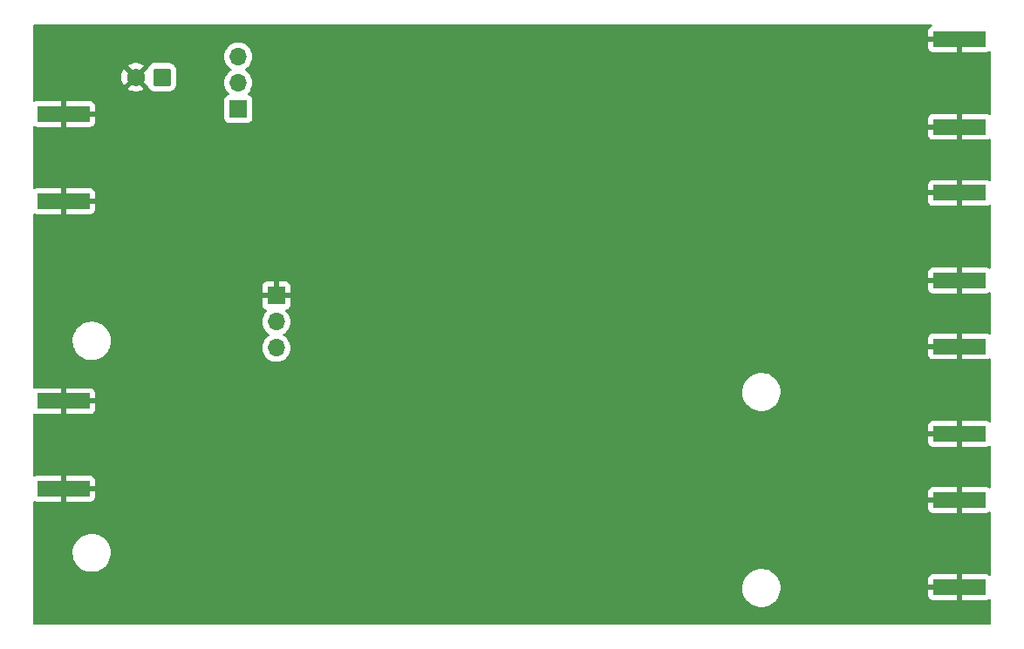
<source format=gbr>
%TF.GenerationSoftware,KiCad,Pcbnew,7.0.5*%
%TF.CreationDate,2025-08-20T16:22:10-04:00*%
%TF.ProjectId,PrawnBlaster_Connectorized,50726177-6e42-46c6-9173-7465725f436f,rev?*%
%TF.SameCoordinates,Original*%
%TF.FileFunction,Copper,L2,Bot*%
%TF.FilePolarity,Positive*%
%FSLAX46Y46*%
G04 Gerber Fmt 4.6, Leading zero omitted, Abs format (unit mm)*
G04 Created by KiCad (PCBNEW 7.0.5) date 2025-08-20 16:22:10*
%MOMM*%
%LPD*%
G01*
G04 APERTURE LIST*
G04 Aperture macros list*
%AMRoundRect*
0 Rectangle with rounded corners*
0 $1 Rounding radius*
0 $2 $3 $4 $5 $6 $7 $8 $9 X,Y pos of 4 corners*
0 Add a 4 corners polygon primitive as box body*
4,1,4,$2,$3,$4,$5,$6,$7,$8,$9,$2,$3,0*
0 Add four circle primitives for the rounded corners*
1,1,$1+$1,$2,$3*
1,1,$1+$1,$4,$5*
1,1,$1+$1,$6,$7*
1,1,$1+$1,$8,$9*
0 Add four rect primitives between the rounded corners*
20,1,$1+$1,$2,$3,$4,$5,0*
20,1,$1+$1,$4,$5,$6,$7,0*
20,1,$1+$1,$6,$7,$8,$9,0*
20,1,$1+$1,$8,$9,$2,$3,0*%
G04 Aperture macros list end*
%TA.AperFunction,SMDPad,CuDef*%
%ADD10R,5.080000X1.500000*%
%TD*%
%TA.AperFunction,ComponentPad*%
%ADD11R,1.700000X1.700000*%
%TD*%
%TA.AperFunction,ComponentPad*%
%ADD12O,1.700000X1.700000*%
%TD*%
%TA.AperFunction,ComponentPad*%
%ADD13RoundRect,0.250000X0.620000X0.620000X-0.620000X0.620000X-0.620000X-0.620000X0.620000X-0.620000X0*%
%TD*%
%TA.AperFunction,ComponentPad*%
%ADD14C,1.740000*%
%TD*%
G04 APERTURE END LIST*
D10*
%TO.P,J7,2,Ext*%
%TO.N,GND*%
X176975200Y-103394400D03*
X176975200Y-111894400D03*
%TD*%
%TO.P,J3,2,Ext*%
%TO.N,GND*%
X90020000Y-102296800D03*
X90020000Y-93796800D03*
%TD*%
%TO.P,J6,2,Ext*%
%TO.N,GND*%
X176975200Y-73554400D03*
X176975200Y-82054400D03*
%TD*%
%TO.P,J4,2,Ext*%
%TO.N,GND*%
X176975200Y-58634400D03*
X176975200Y-67134400D03*
%TD*%
D11*
%TO.P,J1,1,Pin_1*%
%TO.N,3_3V_Pico*%
X106970200Y-65385400D03*
D12*
%TO.P,J1,2,Pin_2*%
%TO.N,Power Supply*%
X106970200Y-62845400D03*
%TO.P,J1,3,Pin_3*%
%TO.N,EXT. PWR*%
X106970200Y-60305400D03*
%TD*%
D10*
%TO.P,J2,2,Ext*%
%TO.N,GND*%
X89999300Y-74372800D03*
X89999300Y-65872800D03*
%TD*%
D13*
%TO.P,J8,1,Pin_1*%
%TO.N,EXT. PWR*%
X99548200Y-62309400D03*
D14*
%TO.P,J8,2,Pin_2*%
%TO.N,GND*%
X97008200Y-62309400D03*
%TD*%
D10*
%TO.P,J5,2,Ext*%
%TO.N,GND*%
X176975200Y-88474400D03*
X176975200Y-96974400D03*
%TD*%
D11*
%TO.P,JP1,1,A*%
%TO.N,GND*%
X110652000Y-83538000D03*
D12*
%TO.P,JP1,2,C*%
%TO.N,Net-(JP1-C)*%
X110652000Y-86078000D03*
%TO.P,JP1,3,B*%
%TO.N,unconnected-(JP1-B-Pad3)*%
X110652000Y-88618000D03*
%TD*%
%TA.AperFunction,Conductor*%
%TO.N,GND*%
G36*
X153584971Y-57164312D02*
G01*
X174201942Y-57168747D01*
X174270056Y-57188764D01*
X174316537Y-57242429D01*
X174326626Y-57312705D01*
X174297119Y-57377280D01*
X174245947Y-57412802D01*
X174189235Y-57433955D01*
X174189234Y-57433955D01*
X174072295Y-57521495D01*
X173984755Y-57638434D01*
X173984755Y-57638435D01*
X173933705Y-57775306D01*
X173927200Y-57835802D01*
X173927200Y-58380400D01*
X177103200Y-58380400D01*
X177171321Y-58400402D01*
X177217814Y-58454058D01*
X177229200Y-58506400D01*
X177229200Y-59892400D01*
X179563785Y-59892400D01*
X179563797Y-59892399D01*
X179624293Y-59885894D01*
X179761163Y-59834845D01*
X179821421Y-59789736D01*
X179887942Y-59764925D01*
X179957316Y-59780016D01*
X180007518Y-59830218D01*
X180022931Y-59890561D01*
X180024983Y-65879689D01*
X180005004Y-65947816D01*
X179951365Y-65994328D01*
X179881094Y-66004456D01*
X179823474Y-65980600D01*
X179761165Y-65933955D01*
X179624293Y-65882905D01*
X179563797Y-65876400D01*
X177229200Y-65876400D01*
X177229200Y-68392400D01*
X179563785Y-68392400D01*
X179563797Y-68392399D01*
X179624293Y-68385894D01*
X179761164Y-68334844D01*
X179761166Y-68334843D01*
X179824332Y-68287557D01*
X179890852Y-68262745D01*
X179960226Y-68277836D01*
X180010429Y-68328037D01*
X180025842Y-68388381D01*
X180027183Y-72301336D01*
X180007204Y-72369463D01*
X179953565Y-72415975D01*
X179883294Y-72426103D01*
X179825673Y-72402247D01*
X179761163Y-72353954D01*
X179624293Y-72302905D01*
X179563797Y-72296400D01*
X177229200Y-72296400D01*
X177229200Y-74812400D01*
X179563785Y-74812400D01*
X179563797Y-74812399D01*
X179624293Y-74805894D01*
X179761164Y-74754844D01*
X179761165Y-74754843D01*
X179826532Y-74705910D01*
X179893052Y-74681098D01*
X179962426Y-74696189D01*
X180012629Y-74746390D01*
X180028042Y-74806734D01*
X180030097Y-80803517D01*
X180010118Y-80871644D01*
X179956479Y-80918156D01*
X179886208Y-80928284D01*
X179828588Y-80904428D01*
X179761165Y-80853955D01*
X179624293Y-80802905D01*
X179563797Y-80796400D01*
X177229200Y-80796400D01*
X177229200Y-83312400D01*
X179563785Y-83312400D01*
X179563797Y-83312399D01*
X179624293Y-83305894D01*
X179761163Y-83254845D01*
X179829444Y-83203730D01*
X179895965Y-83178919D01*
X179965339Y-83194010D01*
X180015541Y-83244212D01*
X180030954Y-83304555D01*
X180032297Y-87225164D01*
X180012318Y-87293291D01*
X179958679Y-87339803D01*
X179888408Y-87349931D01*
X179830788Y-87326075D01*
X179761165Y-87273955D01*
X179624293Y-87222905D01*
X179563797Y-87216400D01*
X177229200Y-87216400D01*
X177229200Y-89732400D01*
X179563785Y-89732400D01*
X179563797Y-89732399D01*
X179624293Y-89725894D01*
X179761164Y-89674844D01*
X179761166Y-89674843D01*
X179831643Y-89622084D01*
X179898163Y-89597272D01*
X179967537Y-89612363D01*
X180017740Y-89662564D01*
X180033153Y-89722908D01*
X180035211Y-95727345D01*
X180015232Y-95795472D01*
X179961593Y-95841984D01*
X179891322Y-95852112D01*
X179833702Y-95828256D01*
X179761165Y-95773955D01*
X179624293Y-95722905D01*
X179563797Y-95716400D01*
X177229200Y-95716400D01*
X177229200Y-98232400D01*
X179563785Y-98232400D01*
X179563797Y-98232399D01*
X179624293Y-98225894D01*
X179761164Y-98174844D01*
X179761166Y-98174843D01*
X179834555Y-98119904D01*
X179901075Y-98095092D01*
X179970449Y-98110183D01*
X180020652Y-98160384D01*
X180036065Y-98220728D01*
X180037411Y-102148992D01*
X180017432Y-102217119D01*
X179963793Y-102263631D01*
X179893522Y-102273759D01*
X179835902Y-102249903D01*
X179761165Y-102193955D01*
X179624293Y-102142905D01*
X179563797Y-102136400D01*
X177229200Y-102136400D01*
X177229200Y-104652400D01*
X179563785Y-104652400D01*
X179563797Y-104652399D01*
X179624293Y-104645894D01*
X179761164Y-104594844D01*
X179761166Y-104594843D01*
X179836754Y-104538258D01*
X179903274Y-104513446D01*
X179972648Y-104528537D01*
X180022851Y-104578738D01*
X180038264Y-104639082D01*
X180040325Y-110651173D01*
X180020346Y-110719300D01*
X179966707Y-110765812D01*
X179896436Y-110775940D01*
X179838816Y-110752084D01*
X179761165Y-110693956D01*
X179761164Y-110693955D01*
X179624293Y-110642905D01*
X179563797Y-110636400D01*
X177229200Y-110636400D01*
X177229200Y-113152400D01*
X179563785Y-113152400D01*
X179563797Y-113152399D01*
X179624293Y-113145894D01*
X179761164Y-113094844D01*
X179761166Y-113094843D01*
X179839666Y-113036078D01*
X179906186Y-113011266D01*
X179975560Y-113026357D01*
X180025763Y-113076558D01*
X180041176Y-113136902D01*
X180041500Y-114079889D01*
X180041500Y-115406700D01*
X180021498Y-115474821D01*
X179967842Y-115521314D01*
X179915500Y-115532700D01*
X87178000Y-115532700D01*
X87109879Y-115512698D01*
X87063386Y-115459042D01*
X87052000Y-115406700D01*
X87052000Y-112019965D01*
X155887788Y-112019965D01*
X155917412Y-112289214D01*
X155985928Y-112551290D01*
X156091869Y-112800589D01*
X156091870Y-112800590D01*
X156232982Y-113031810D01*
X156406255Y-113240020D01*
X156607998Y-113420782D01*
X156833910Y-113570244D01*
X157079176Y-113685220D01*
X157338569Y-113763260D01*
X157338572Y-113763260D01*
X157338574Y-113763261D01*
X157606557Y-113802700D01*
X157606561Y-113802700D01*
X157809631Y-113802700D01*
X158012156Y-113787877D01*
X158012160Y-113787876D01*
X158012161Y-113787876D01*
X158122665Y-113763260D01*
X158276553Y-113728980D01*
X158529558Y-113632214D01*
X158765777Y-113499641D01*
X158980177Y-113334088D01*
X159168186Y-113139081D01*
X159325799Y-112918779D01*
X159449656Y-112677875D01*
X159537118Y-112421505D01*
X159586319Y-112155133D01*
X159586565Y-112148400D01*
X173927200Y-112148400D01*
X173927200Y-112692997D01*
X173933705Y-112753493D01*
X173984755Y-112890364D01*
X173984755Y-112890365D01*
X174072295Y-113007304D01*
X174189234Y-113094844D01*
X174326106Y-113145894D01*
X174386602Y-113152399D01*
X174386615Y-113152400D01*
X176721200Y-113152400D01*
X176721200Y-112148400D01*
X173927200Y-112148400D01*
X159586565Y-112148400D01*
X159596212Y-111884435D01*
X159569361Y-111640400D01*
X173927200Y-111640400D01*
X176721200Y-111640400D01*
X176721200Y-110636400D01*
X174386602Y-110636400D01*
X174326106Y-110642905D01*
X174189235Y-110693955D01*
X174189234Y-110693955D01*
X174072295Y-110781495D01*
X173984755Y-110898434D01*
X173984755Y-110898435D01*
X173933705Y-111035306D01*
X173927200Y-111095802D01*
X173927200Y-111640400D01*
X159569361Y-111640400D01*
X159566587Y-111615185D01*
X159498071Y-111353109D01*
X159392130Y-111103810D01*
X159350322Y-111035306D01*
X159251018Y-110872590D01*
X159077745Y-110664380D01*
X159077741Y-110664377D01*
X159077740Y-110664375D01*
X158876012Y-110483627D01*
X158876002Y-110483618D01*
X158650090Y-110334156D01*
X158404824Y-110219180D01*
X158205603Y-110159243D01*
X158145425Y-110141138D01*
X157877442Y-110101700D01*
X157877439Y-110101700D01*
X157674369Y-110101700D01*
X157471839Y-110116523D01*
X157471838Y-110116523D01*
X157207456Y-110175417D01*
X157207441Y-110175422D01*
X156954441Y-110272186D01*
X156718229Y-110404755D01*
X156718225Y-110404757D01*
X156503818Y-110570316D01*
X156315815Y-110765317D01*
X156315810Y-110765323D01*
X156158203Y-110985617D01*
X156158196Y-110985627D01*
X156034343Y-111226524D01*
X156034342Y-111226527D01*
X155946883Y-111482889D01*
X155946880Y-111482902D01*
X155897681Y-111749258D01*
X155897680Y-111749269D01*
X155887788Y-112019965D01*
X87052000Y-112019965D01*
X87052000Y-108608965D01*
X90887788Y-108608965D01*
X90917412Y-108878214D01*
X90985928Y-109140290D01*
X91091869Y-109389589D01*
X91091870Y-109389590D01*
X91232982Y-109620810D01*
X91406255Y-109829020D01*
X91607998Y-110009782D01*
X91833910Y-110159244D01*
X92079176Y-110274220D01*
X92338569Y-110352260D01*
X92338572Y-110352260D01*
X92338574Y-110352261D01*
X92606557Y-110391700D01*
X92606561Y-110391700D01*
X92809631Y-110391700D01*
X93012156Y-110376877D01*
X93012160Y-110376876D01*
X93012161Y-110376876D01*
X93122665Y-110352260D01*
X93276553Y-110317980D01*
X93529558Y-110221214D01*
X93765777Y-110088641D01*
X93980177Y-109923088D01*
X94168186Y-109728081D01*
X94325799Y-109507779D01*
X94449656Y-109266875D01*
X94537118Y-109010505D01*
X94586319Y-108744133D01*
X94596212Y-108473435D01*
X94581338Y-108338258D01*
X94566587Y-108204185D01*
X94498071Y-107942109D01*
X94392130Y-107692810D01*
X94392129Y-107692809D01*
X94251018Y-107461590D01*
X94077745Y-107253380D01*
X94077741Y-107253377D01*
X94077740Y-107253375D01*
X93876012Y-107072627D01*
X93876002Y-107072618D01*
X93650090Y-106923156D01*
X93404824Y-106808180D01*
X93247392Y-106760815D01*
X93145425Y-106730138D01*
X92877442Y-106690700D01*
X92877439Y-106690700D01*
X92674369Y-106690700D01*
X92471839Y-106705523D01*
X92471838Y-106705523D01*
X92207456Y-106764417D01*
X92207441Y-106764422D01*
X91954441Y-106861186D01*
X91718229Y-106993755D01*
X91718225Y-106993757D01*
X91503818Y-107159316D01*
X91315815Y-107354317D01*
X91315810Y-107354323D01*
X91158203Y-107574617D01*
X91158196Y-107574627D01*
X91034343Y-107815524D01*
X91034342Y-107815527D01*
X90946883Y-108071889D01*
X90946880Y-108071902D01*
X90897681Y-108338258D01*
X90897680Y-108338269D01*
X90887788Y-108608965D01*
X87052000Y-108608965D01*
X87052000Y-103648400D01*
X173927200Y-103648400D01*
X173927200Y-104192997D01*
X173933705Y-104253493D01*
X173984755Y-104390364D01*
X173984755Y-104390365D01*
X174072295Y-104507304D01*
X174189234Y-104594844D01*
X174326106Y-104645894D01*
X174386602Y-104652399D01*
X174386615Y-104652400D01*
X176721200Y-104652400D01*
X176721200Y-103648400D01*
X173927200Y-103648400D01*
X87052000Y-103648400D01*
X87052000Y-103610207D01*
X87072002Y-103542086D01*
X87125658Y-103495593D01*
X87195932Y-103485489D01*
X87225174Y-103495221D01*
X87225594Y-103494096D01*
X87370906Y-103548294D01*
X87431402Y-103554799D01*
X87431415Y-103554800D01*
X89766000Y-103554800D01*
X89766000Y-102550800D01*
X90274000Y-102550800D01*
X90274000Y-103554800D01*
X92608585Y-103554800D01*
X92608597Y-103554799D01*
X92669093Y-103548294D01*
X92805964Y-103497244D01*
X92805965Y-103497244D01*
X92922904Y-103409704D01*
X93010444Y-103292765D01*
X93010444Y-103292764D01*
X93061494Y-103155893D01*
X93063160Y-103140400D01*
X173927200Y-103140400D01*
X176721200Y-103140400D01*
X176721200Y-102136400D01*
X174386602Y-102136400D01*
X174326106Y-102142905D01*
X174189235Y-102193955D01*
X174189234Y-102193955D01*
X174072295Y-102281495D01*
X173984755Y-102398434D01*
X173984755Y-102398435D01*
X173933705Y-102535306D01*
X173927200Y-102595802D01*
X173927200Y-103140400D01*
X93063160Y-103140400D01*
X93067999Y-103095397D01*
X93068000Y-103095385D01*
X93068000Y-102550800D01*
X90274000Y-102550800D01*
X89766000Y-102550800D01*
X89766000Y-101038800D01*
X90274000Y-101038800D01*
X90274000Y-102042800D01*
X93068000Y-102042800D01*
X93068000Y-101498214D01*
X93067999Y-101498202D01*
X93061494Y-101437706D01*
X93010444Y-101300835D01*
X93010444Y-101300834D01*
X92922904Y-101183895D01*
X92805965Y-101096355D01*
X92669093Y-101045305D01*
X92608597Y-101038800D01*
X90274000Y-101038800D01*
X89766000Y-101038800D01*
X87431402Y-101038800D01*
X87370906Y-101045305D01*
X87225594Y-101099504D01*
X87224649Y-101096972D01*
X87168984Y-101109069D01*
X87102469Y-101084244D01*
X87059935Y-101027399D01*
X87052000Y-100983392D01*
X87052000Y-97228400D01*
X173927200Y-97228400D01*
X173927200Y-97772997D01*
X173933705Y-97833493D01*
X173984755Y-97970364D01*
X173984755Y-97970365D01*
X174072295Y-98087304D01*
X174189234Y-98174844D01*
X174326106Y-98225894D01*
X174386602Y-98232399D01*
X174386615Y-98232400D01*
X176721200Y-98232400D01*
X176721200Y-97228400D01*
X173927200Y-97228400D01*
X87052000Y-97228400D01*
X87052000Y-96720400D01*
X173927200Y-96720400D01*
X176721200Y-96720400D01*
X176721200Y-95716400D01*
X174386602Y-95716400D01*
X174326106Y-95722905D01*
X174189235Y-95773955D01*
X174189234Y-95773955D01*
X174072295Y-95861495D01*
X173984755Y-95978434D01*
X173984755Y-95978435D01*
X173933705Y-96115306D01*
X173927200Y-96175802D01*
X173927200Y-96720400D01*
X87052000Y-96720400D01*
X87052000Y-95110207D01*
X87072002Y-95042086D01*
X87125658Y-94995593D01*
X87195932Y-94985489D01*
X87225174Y-94995221D01*
X87225594Y-94994096D01*
X87370906Y-95048294D01*
X87431402Y-95054799D01*
X87431415Y-95054800D01*
X89766000Y-95054800D01*
X89766000Y-94050800D01*
X90274000Y-94050800D01*
X90274000Y-95054800D01*
X92608585Y-95054800D01*
X92608597Y-95054799D01*
X92669093Y-95048294D01*
X92805964Y-94997244D01*
X92805965Y-94997244D01*
X92922904Y-94909704D01*
X93010444Y-94792765D01*
X93010444Y-94792764D01*
X93061494Y-94655893D01*
X93067999Y-94595397D01*
X93068000Y-94595385D01*
X93068000Y-94050800D01*
X90274000Y-94050800D01*
X89766000Y-94050800D01*
X89766000Y-92538800D01*
X90274000Y-92538800D01*
X90274000Y-93542800D01*
X93068000Y-93542800D01*
X93068000Y-92998214D01*
X93067999Y-92998202D01*
X93064963Y-92969965D01*
X155887788Y-92969965D01*
X155917412Y-93239214D01*
X155985928Y-93501290D01*
X156091869Y-93750589D01*
X156091870Y-93750590D01*
X156232982Y-93981810D01*
X156406255Y-94190020D01*
X156607998Y-94370782D01*
X156833910Y-94520244D01*
X157079176Y-94635220D01*
X157338569Y-94713260D01*
X157338572Y-94713260D01*
X157338574Y-94713261D01*
X157606557Y-94752700D01*
X157606561Y-94752700D01*
X157809631Y-94752700D01*
X158012156Y-94737877D01*
X158012160Y-94737876D01*
X158012161Y-94737876D01*
X158122665Y-94713260D01*
X158276553Y-94678980D01*
X158529558Y-94582214D01*
X158765777Y-94449641D01*
X158980177Y-94284088D01*
X159168186Y-94089081D01*
X159325799Y-93868779D01*
X159449656Y-93627875D01*
X159537118Y-93371505D01*
X159586319Y-93105133D01*
X159596212Y-92834435D01*
X159571415Y-92609069D01*
X159566587Y-92565185D01*
X159498071Y-92303109D01*
X159392130Y-92053810D01*
X159392129Y-92053809D01*
X159251018Y-91822590D01*
X159077745Y-91614380D01*
X159077741Y-91614377D01*
X159077740Y-91614375D01*
X158876012Y-91433627D01*
X158876002Y-91433618D01*
X158650090Y-91284156D01*
X158404824Y-91169180D01*
X158247392Y-91121815D01*
X158145425Y-91091138D01*
X157877442Y-91051700D01*
X157877439Y-91051700D01*
X157674369Y-91051700D01*
X157471839Y-91066523D01*
X157471838Y-91066523D01*
X157207456Y-91125417D01*
X157207441Y-91125422D01*
X156954441Y-91222186D01*
X156718229Y-91354755D01*
X156718225Y-91354757D01*
X156503818Y-91520316D01*
X156315815Y-91715317D01*
X156315810Y-91715323D01*
X156158203Y-91935617D01*
X156158196Y-91935627D01*
X156034343Y-92176524D01*
X156034342Y-92176527D01*
X155946883Y-92432889D01*
X155946880Y-92432902D01*
X155897681Y-92699258D01*
X155897680Y-92699269D01*
X155887788Y-92969965D01*
X93064963Y-92969965D01*
X93061494Y-92937706D01*
X93010444Y-92800835D01*
X93010444Y-92800834D01*
X92922904Y-92683895D01*
X92805965Y-92596355D01*
X92669093Y-92545305D01*
X92608597Y-92538800D01*
X90274000Y-92538800D01*
X89766000Y-92538800D01*
X87431402Y-92538800D01*
X87370906Y-92545305D01*
X87225594Y-92599504D01*
X87224649Y-92596972D01*
X87168984Y-92609069D01*
X87102469Y-92584244D01*
X87059935Y-92527399D01*
X87052000Y-92483392D01*
X87052000Y-88008965D01*
X90887788Y-88008965D01*
X90917412Y-88278214D01*
X90985928Y-88540290D01*
X91091869Y-88789589D01*
X91091870Y-88789590D01*
X91232982Y-89020810D01*
X91406255Y-89229020D01*
X91607998Y-89409782D01*
X91833910Y-89559244D01*
X92079176Y-89674220D01*
X92338569Y-89752260D01*
X92338572Y-89752260D01*
X92338574Y-89752261D01*
X92606557Y-89791700D01*
X92606561Y-89791700D01*
X92809631Y-89791700D01*
X93012156Y-89776877D01*
X93012160Y-89776876D01*
X93012161Y-89776876D01*
X93122665Y-89752260D01*
X93276553Y-89717980D01*
X93529558Y-89621214D01*
X93765777Y-89488641D01*
X93980177Y-89323088D01*
X94168186Y-89128081D01*
X94325799Y-88907779D01*
X94359426Y-88842375D01*
X94449656Y-88666875D01*
X94449657Y-88666872D01*
X94466330Y-88618000D01*
X109288844Y-88618000D01*
X109307437Y-88842375D01*
X109362702Y-89060612D01*
X109362703Y-89060613D01*
X109362704Y-89060616D01*
X109392297Y-89128081D01*
X109453141Y-89266793D01*
X109576275Y-89455265D01*
X109576279Y-89455270D01*
X109728762Y-89620908D01*
X109730273Y-89622084D01*
X109906424Y-89759189D01*
X110104426Y-89866342D01*
X110104427Y-89866342D01*
X110104428Y-89866343D01*
X110216227Y-89904723D01*
X110317365Y-89939444D01*
X110539431Y-89976500D01*
X110539435Y-89976500D01*
X110764565Y-89976500D01*
X110764569Y-89976500D01*
X110986635Y-89939444D01*
X111199574Y-89866342D01*
X111397576Y-89759189D01*
X111575240Y-89620906D01*
X111727722Y-89455268D01*
X111850860Y-89266791D01*
X111941296Y-89060616D01*
X111996564Y-88842368D01*
X112006008Y-88728400D01*
X173927200Y-88728400D01*
X173927200Y-89272997D01*
X173933705Y-89333493D01*
X173984755Y-89470364D01*
X173984755Y-89470365D01*
X174072295Y-89587304D01*
X174189234Y-89674844D01*
X174326106Y-89725894D01*
X174386602Y-89732399D01*
X174386615Y-89732400D01*
X176721200Y-89732400D01*
X176721200Y-88728400D01*
X173927200Y-88728400D01*
X112006008Y-88728400D01*
X112015156Y-88618000D01*
X111996564Y-88393632D01*
X111952696Y-88220400D01*
X173927200Y-88220400D01*
X176721200Y-88220400D01*
X176721200Y-87216400D01*
X174386602Y-87216400D01*
X174326106Y-87222905D01*
X174189235Y-87273955D01*
X174189234Y-87273955D01*
X174072295Y-87361495D01*
X173984755Y-87478434D01*
X173984755Y-87478435D01*
X173933705Y-87615306D01*
X173927200Y-87675802D01*
X173927200Y-88220400D01*
X111952696Y-88220400D01*
X111941296Y-88175384D01*
X111850860Y-87969209D01*
X111788288Y-87873435D01*
X111727724Y-87780734D01*
X111727720Y-87780729D01*
X111575237Y-87615091D01*
X111399662Y-87478435D01*
X111397576Y-87476811D01*
X111364319Y-87458813D01*
X111313929Y-87408802D01*
X111298576Y-87339485D01*
X111323136Y-87272872D01*
X111364320Y-87237186D01*
X111397576Y-87219189D01*
X111575240Y-87080906D01*
X111727722Y-86915268D01*
X111850860Y-86726791D01*
X111941296Y-86520616D01*
X111996564Y-86302368D01*
X112015156Y-86078000D01*
X111996564Y-85853632D01*
X111941296Y-85635384D01*
X111850860Y-85429209D01*
X111844140Y-85418924D01*
X111727724Y-85240734D01*
X111727714Y-85240722D01*
X111584159Y-85084782D01*
X111552737Y-85021117D01*
X111560723Y-84950571D01*
X111605582Y-84895542D01*
X111632827Y-84881388D01*
X111747965Y-84838444D01*
X111864904Y-84750904D01*
X111952444Y-84633965D01*
X111952444Y-84633964D01*
X112003494Y-84497093D01*
X112009999Y-84436597D01*
X112010000Y-84436585D01*
X112010000Y-83792000D01*
X111083116Y-83792000D01*
X111111493Y-83747844D01*
X111152000Y-83609889D01*
X111152000Y-83466111D01*
X111111493Y-83328156D01*
X111083116Y-83284000D01*
X112010000Y-83284000D01*
X112010000Y-82639414D01*
X112009999Y-82639402D01*
X112003494Y-82578906D01*
X111952444Y-82442035D01*
X111952444Y-82442034D01*
X111864904Y-82325095D01*
X111842602Y-82308400D01*
X173927200Y-82308400D01*
X173927200Y-82852997D01*
X173933705Y-82913493D01*
X173984755Y-83050364D01*
X173984755Y-83050365D01*
X174072295Y-83167304D01*
X174189234Y-83254844D01*
X174326106Y-83305894D01*
X174386602Y-83312399D01*
X174386615Y-83312400D01*
X176721200Y-83312400D01*
X176721200Y-82308400D01*
X173927200Y-82308400D01*
X111842602Y-82308400D01*
X111747965Y-82237555D01*
X111611093Y-82186505D01*
X111550597Y-82180000D01*
X110906000Y-82180000D01*
X110906000Y-83104325D01*
X110794315Y-83053320D01*
X110687763Y-83038000D01*
X110616237Y-83038000D01*
X110509685Y-83053320D01*
X110398000Y-83104325D01*
X110398000Y-82180000D01*
X109753402Y-82180000D01*
X109692906Y-82186505D01*
X109556035Y-82237555D01*
X109556034Y-82237555D01*
X109439095Y-82325095D01*
X109351555Y-82442034D01*
X109351555Y-82442035D01*
X109300505Y-82578906D01*
X109294000Y-82639402D01*
X109294000Y-83284000D01*
X110220884Y-83284000D01*
X110192507Y-83328156D01*
X110152000Y-83466111D01*
X110152000Y-83609889D01*
X110192507Y-83747844D01*
X110220884Y-83792000D01*
X109294000Y-83792000D01*
X109294000Y-84436597D01*
X109300505Y-84497093D01*
X109351555Y-84633964D01*
X109351555Y-84633965D01*
X109439095Y-84750904D01*
X109556034Y-84838444D01*
X109671172Y-84881388D01*
X109728008Y-84923935D01*
X109752819Y-84990455D01*
X109737728Y-85059829D01*
X109719841Y-85084782D01*
X109576280Y-85240729D01*
X109576275Y-85240734D01*
X109453141Y-85429206D01*
X109362703Y-85635386D01*
X109362702Y-85635387D01*
X109307437Y-85853624D01*
X109288844Y-86078000D01*
X109307437Y-86302375D01*
X109362702Y-86520612D01*
X109362703Y-86520613D01*
X109362704Y-86520616D01*
X109420937Y-86653375D01*
X109453141Y-86726793D01*
X109576275Y-86915265D01*
X109576279Y-86915270D01*
X109728762Y-87080908D01*
X109744054Y-87092810D01*
X109906424Y-87219189D01*
X109939680Y-87237186D01*
X109990071Y-87287200D01*
X110005423Y-87356516D01*
X109980862Y-87423129D01*
X109939680Y-87458813D01*
X109906426Y-87476810D01*
X109906424Y-87476811D01*
X109728762Y-87615091D01*
X109576279Y-87780729D01*
X109576275Y-87780734D01*
X109453141Y-87969206D01*
X109362703Y-88175386D01*
X109362702Y-88175387D01*
X109307437Y-88393624D01*
X109307436Y-88393630D01*
X109307436Y-88393632D01*
X109295284Y-88540288D01*
X109288844Y-88618000D01*
X94466330Y-88618000D01*
X94537116Y-88410510D01*
X94537118Y-88410505D01*
X94572232Y-88220400D01*
X94586318Y-88144141D01*
X94586319Y-88144130D01*
X94596212Y-87873435D01*
X94581338Y-87738258D01*
X94566587Y-87604185D01*
X94498071Y-87342109D01*
X94392130Y-87092810D01*
X94384865Y-87080906D01*
X94251018Y-86861590D01*
X94077745Y-86653380D01*
X94077741Y-86653377D01*
X94077740Y-86653375D01*
X93876012Y-86472627D01*
X93876002Y-86472618D01*
X93650090Y-86323156D01*
X93404824Y-86208180D01*
X93247392Y-86160815D01*
X93145425Y-86130138D01*
X92877442Y-86090700D01*
X92877439Y-86090700D01*
X92674369Y-86090700D01*
X92471839Y-86105523D01*
X92471838Y-86105523D01*
X92207456Y-86164417D01*
X92207441Y-86164422D01*
X91954441Y-86261186D01*
X91718229Y-86393755D01*
X91718225Y-86393757D01*
X91503818Y-86559316D01*
X91315815Y-86754317D01*
X91315810Y-86754323D01*
X91158203Y-86974617D01*
X91158196Y-86974627D01*
X91034343Y-87215524D01*
X91034342Y-87215527D01*
X90946883Y-87471889D01*
X90946880Y-87471902D01*
X90897681Y-87738258D01*
X90897680Y-87738269D01*
X90887788Y-88008965D01*
X87052000Y-88008965D01*
X87052000Y-81800400D01*
X173927200Y-81800400D01*
X176721200Y-81800400D01*
X176721200Y-80796400D01*
X174386602Y-80796400D01*
X174326106Y-80802905D01*
X174189235Y-80853955D01*
X174189234Y-80853955D01*
X174072295Y-80941495D01*
X173984755Y-81058434D01*
X173984755Y-81058435D01*
X173933705Y-81195306D01*
X173927200Y-81255802D01*
X173927200Y-81800400D01*
X87052000Y-81800400D01*
X87052000Y-75694544D01*
X87072002Y-75626423D01*
X87125658Y-75579930D01*
X87195932Y-75569826D01*
X87222033Y-75576488D01*
X87350207Y-75624294D01*
X87410702Y-75630799D01*
X87410715Y-75630800D01*
X89745300Y-75630800D01*
X89745300Y-74626800D01*
X90253300Y-74626800D01*
X90253300Y-75630800D01*
X92587885Y-75630800D01*
X92587897Y-75630799D01*
X92648393Y-75624294D01*
X92785264Y-75573244D01*
X92785265Y-75573244D01*
X92902204Y-75485704D01*
X92989744Y-75368765D01*
X92989744Y-75368764D01*
X93040794Y-75231893D01*
X93047299Y-75171397D01*
X93047300Y-75171385D01*
X93047300Y-74626800D01*
X90253300Y-74626800D01*
X89745300Y-74626800D01*
X89745300Y-73114800D01*
X90253300Y-73114800D01*
X90253300Y-74118800D01*
X93047300Y-74118800D01*
X93047300Y-73808400D01*
X173927200Y-73808400D01*
X173927200Y-74352997D01*
X173933705Y-74413493D01*
X173984755Y-74550364D01*
X173984755Y-74550365D01*
X174072295Y-74667304D01*
X174189234Y-74754844D01*
X174326106Y-74805894D01*
X174386602Y-74812399D01*
X174386615Y-74812400D01*
X176721200Y-74812400D01*
X176721200Y-73808400D01*
X173927200Y-73808400D01*
X93047300Y-73808400D01*
X93047300Y-73574214D01*
X93047299Y-73574202D01*
X93040794Y-73513706D01*
X92989744Y-73376835D01*
X92989744Y-73376834D01*
X92932526Y-73300400D01*
X173927200Y-73300400D01*
X176721200Y-73300400D01*
X176721200Y-72296400D01*
X174386602Y-72296400D01*
X174326106Y-72302905D01*
X174189235Y-72353955D01*
X174189234Y-72353955D01*
X174072295Y-72441495D01*
X173984755Y-72558434D01*
X173984755Y-72558435D01*
X173933705Y-72695306D01*
X173927200Y-72755802D01*
X173927200Y-73300400D01*
X92932526Y-73300400D01*
X92902204Y-73259895D01*
X92785265Y-73172355D01*
X92648393Y-73121305D01*
X92587897Y-73114800D01*
X90253300Y-73114800D01*
X89745300Y-73114800D01*
X87410702Y-73114800D01*
X87350205Y-73121305D01*
X87222032Y-73169111D01*
X87151216Y-73174175D01*
X87088904Y-73140150D01*
X87054879Y-73077838D01*
X87052000Y-73051055D01*
X87052000Y-67388400D01*
X173927200Y-67388400D01*
X173927200Y-67932997D01*
X173933705Y-67993493D01*
X173984755Y-68130364D01*
X173984755Y-68130365D01*
X174072295Y-68247304D01*
X174189234Y-68334844D01*
X174326106Y-68385894D01*
X174386602Y-68392399D01*
X174386615Y-68392400D01*
X176721200Y-68392400D01*
X176721200Y-67388400D01*
X173927200Y-67388400D01*
X87052000Y-67388400D01*
X87052000Y-67194544D01*
X87072002Y-67126423D01*
X87125658Y-67079930D01*
X87195932Y-67069826D01*
X87222033Y-67076488D01*
X87350207Y-67124294D01*
X87410702Y-67130799D01*
X87410715Y-67130800D01*
X89745300Y-67130800D01*
X89745300Y-66126800D01*
X90253300Y-66126800D01*
X90253300Y-67130800D01*
X92587885Y-67130800D01*
X92587897Y-67130799D01*
X92648393Y-67124294D01*
X92785264Y-67073244D01*
X92785265Y-67073244D01*
X92902204Y-66985704D01*
X92981034Y-66880400D01*
X173927200Y-66880400D01*
X176721200Y-66880400D01*
X176721200Y-65876400D01*
X174386602Y-65876400D01*
X174326106Y-65882905D01*
X174189235Y-65933955D01*
X174189234Y-65933955D01*
X174072295Y-66021495D01*
X173984755Y-66138434D01*
X173984755Y-66138435D01*
X173933705Y-66275306D01*
X173927200Y-66335802D01*
X173927200Y-66880400D01*
X92981034Y-66880400D01*
X92989744Y-66868765D01*
X92989744Y-66868764D01*
X93040794Y-66731893D01*
X93047299Y-66671397D01*
X93047300Y-66671385D01*
X93047300Y-66126800D01*
X90253300Y-66126800D01*
X89745300Y-66126800D01*
X89745300Y-64614800D01*
X90253300Y-64614800D01*
X90253300Y-65618800D01*
X93047300Y-65618800D01*
X93047300Y-65074214D01*
X93047299Y-65074202D01*
X93040794Y-65013706D01*
X92989744Y-64876835D01*
X92989744Y-64876834D01*
X92902204Y-64759895D01*
X92785265Y-64672355D01*
X92648393Y-64621305D01*
X92587897Y-64614800D01*
X90253300Y-64614800D01*
X89745300Y-64614800D01*
X87410702Y-64614800D01*
X87350205Y-64621305D01*
X87222032Y-64669111D01*
X87151216Y-64674175D01*
X87088904Y-64640150D01*
X87054879Y-64577838D01*
X87052000Y-64551055D01*
X87052000Y-62309400D01*
X95625477Y-62309400D01*
X95644337Y-62536996D01*
X95700395Y-62758365D01*
X95700396Y-62758366D01*
X95792131Y-62967502D01*
X95870670Y-63087715D01*
X96485525Y-62472860D01*
X96489840Y-62493625D01*
X96558765Y-62626646D01*
X96661023Y-62736137D01*
X96789030Y-62813980D01*
X96846676Y-62830131D01*
X96228258Y-63448550D01*
X96228259Y-63448551D01*
X96251914Y-63466963D01*
X96251919Y-63466966D01*
X96452770Y-63575662D01*
X96668757Y-63649810D01*
X96668766Y-63649812D01*
X96894020Y-63687400D01*
X97122380Y-63687400D01*
X97347633Y-63649812D01*
X97347642Y-63649810D01*
X97563631Y-63575662D01*
X97563633Y-63575661D01*
X97764475Y-63466970D01*
X97764481Y-63466966D01*
X97788139Y-63448551D01*
X97172023Y-62832434D01*
X97294036Y-62779437D01*
X97410250Y-62684889D01*
X97496647Y-62562493D01*
X97529123Y-62471112D01*
X98178264Y-63120253D01*
X98208774Y-63169716D01*
X98236085Y-63252138D01*
X98329170Y-63403052D01*
X98329175Y-63403058D01*
X98454541Y-63528424D01*
X98454547Y-63528429D01*
X98454548Y-63528430D01*
X98605462Y-63621515D01*
X98773774Y-63677287D01*
X98877655Y-63687900D01*
X100218744Y-63687899D01*
X100322626Y-63677287D01*
X100490938Y-63621515D01*
X100641852Y-63528430D01*
X100767230Y-63403052D01*
X100860315Y-63252138D01*
X100916087Y-63083826D01*
X100926700Y-62979945D01*
X100926700Y-62845399D01*
X105607044Y-62845399D01*
X105625637Y-63069775D01*
X105680902Y-63288012D01*
X105680903Y-63288013D01*
X105771341Y-63494193D01*
X105894475Y-63682665D01*
X105894478Y-63682668D01*
X105984855Y-63780842D01*
X106037675Y-63838220D01*
X106069096Y-63901885D01*
X106061109Y-63972431D01*
X106016251Y-64027460D01*
X105989007Y-64041613D01*
X105873997Y-64084510D01*
X105873992Y-64084512D01*
X105756938Y-64172138D01*
X105669312Y-64289192D01*
X105669310Y-64289197D01*
X105618211Y-64426195D01*
X105618209Y-64426203D01*
X105611700Y-64486750D01*
X105611700Y-66284049D01*
X105618209Y-66344596D01*
X105618211Y-66344604D01*
X105669310Y-66481602D01*
X105669312Y-66481607D01*
X105756938Y-66598661D01*
X105873992Y-66686287D01*
X105873994Y-66686288D01*
X105873996Y-66686289D01*
X105933075Y-66708324D01*
X106010995Y-66737388D01*
X106011003Y-66737390D01*
X106071550Y-66743899D01*
X106071555Y-66743899D01*
X106071562Y-66743900D01*
X106071568Y-66743900D01*
X107868832Y-66743900D01*
X107868838Y-66743900D01*
X107868845Y-66743899D01*
X107868849Y-66743899D01*
X107929396Y-66737390D01*
X107929399Y-66737389D01*
X107929401Y-66737389D01*
X108066404Y-66686289D01*
X108086298Y-66671397D01*
X108183461Y-66598661D01*
X108271087Y-66481607D01*
X108271087Y-66481606D01*
X108271089Y-66481604D01*
X108322189Y-66344601D01*
X108328700Y-66284038D01*
X108328700Y-64486762D01*
X108328699Y-64486750D01*
X108322190Y-64426203D01*
X108322188Y-64426195D01*
X108271089Y-64289197D01*
X108271087Y-64289192D01*
X108183461Y-64172138D01*
X108066407Y-64084512D01*
X108066403Y-64084510D01*
X107951392Y-64041613D01*
X107894556Y-63999067D01*
X107869746Y-63932546D01*
X107884838Y-63863172D01*
X107902725Y-63838220D01*
X108045914Y-63682677D01*
X108045924Y-63682665D01*
X108115833Y-63575661D01*
X108169060Y-63494191D01*
X108259496Y-63288016D01*
X108314764Y-63069768D01*
X108333356Y-62845400D01*
X108314764Y-62621032D01*
X108282500Y-62493625D01*
X108259497Y-62402787D01*
X108259496Y-62402786D01*
X108259496Y-62402784D01*
X108169060Y-62196609D01*
X108094054Y-62081803D01*
X108045924Y-62008134D01*
X108045920Y-62008129D01*
X107893437Y-61842491D01*
X107793106Y-61764400D01*
X107715776Y-61704211D01*
X107682519Y-61686213D01*
X107632129Y-61636202D01*
X107616776Y-61566885D01*
X107641336Y-61500272D01*
X107682520Y-61464586D01*
X107715776Y-61446589D01*
X107893440Y-61308306D01*
X108045922Y-61142668D01*
X108169060Y-60954191D01*
X108259496Y-60748016D01*
X108314764Y-60529768D01*
X108333356Y-60305400D01*
X108314764Y-60081032D01*
X108259496Y-59862784D01*
X108169060Y-59656609D01*
X108151913Y-59630364D01*
X108045924Y-59468134D01*
X108045920Y-59468129D01*
X107893437Y-59302491D01*
X107811582Y-59238781D01*
X107715776Y-59164211D01*
X107517774Y-59057058D01*
X107517772Y-59057057D01*
X107517771Y-59057056D01*
X107304839Y-58983957D01*
X107304830Y-58983955D01*
X107260676Y-58976587D01*
X107082769Y-58946900D01*
X106857631Y-58946900D01*
X106709410Y-58971633D01*
X106635569Y-58983955D01*
X106635560Y-58983957D01*
X106422628Y-59057056D01*
X106422626Y-59057058D01*
X106224626Y-59164210D01*
X106224624Y-59164211D01*
X106046962Y-59302491D01*
X105894479Y-59468129D01*
X105894475Y-59468134D01*
X105771341Y-59656606D01*
X105680903Y-59862786D01*
X105680902Y-59862787D01*
X105625637Y-60081024D01*
X105607044Y-60305399D01*
X105625637Y-60529775D01*
X105680902Y-60748012D01*
X105680903Y-60748013D01*
X105771341Y-60954193D01*
X105894475Y-61142665D01*
X105894479Y-61142670D01*
X106046962Y-61308308D01*
X106101531Y-61350781D01*
X106224624Y-61446589D01*
X106257880Y-61464586D01*
X106308271Y-61514600D01*
X106323623Y-61583916D01*
X106299062Y-61650529D01*
X106257880Y-61686213D01*
X106224626Y-61704210D01*
X106224624Y-61704211D01*
X106046962Y-61842491D01*
X105894479Y-62008129D01*
X105894475Y-62008134D01*
X105771341Y-62196606D01*
X105680903Y-62402786D01*
X105680902Y-62402787D01*
X105625637Y-62621024D01*
X105607044Y-62845399D01*
X100926700Y-62845399D01*
X100926699Y-61638856D01*
X100916087Y-61534974D01*
X100860315Y-61366662D01*
X100767230Y-61215748D01*
X100767229Y-61215747D01*
X100767224Y-61215741D01*
X100641858Y-61090375D01*
X100641852Y-61090370D01*
X100565280Y-61043140D01*
X100490938Y-60997285D01*
X100405539Y-60968987D01*
X100322627Y-60941513D01*
X100322620Y-60941512D01*
X100218753Y-60930900D01*
X98877655Y-60930900D01*
X98773774Y-60941512D01*
X98605461Y-60997285D01*
X98454547Y-61090370D01*
X98454541Y-61090375D01*
X98329175Y-61215741D01*
X98329170Y-61215747D01*
X98236085Y-61366661D01*
X98236085Y-61366662D01*
X98209600Y-61446592D01*
X98208775Y-61449081D01*
X98178266Y-61498543D01*
X97530874Y-62145934D01*
X97526560Y-62125175D01*
X97457635Y-61992154D01*
X97355377Y-61882663D01*
X97227370Y-61804820D01*
X97169721Y-61788667D01*
X97788140Y-61170248D01*
X97788139Y-61170247D01*
X97764484Y-61151835D01*
X97764480Y-61151833D01*
X97563629Y-61043137D01*
X97347642Y-60968989D01*
X97347633Y-60968987D01*
X97122380Y-60931400D01*
X96894020Y-60931400D01*
X96668766Y-60968987D01*
X96668757Y-60968989D01*
X96452768Y-61043137D01*
X96452762Y-61043140D01*
X96251928Y-61151827D01*
X96251918Y-61151834D01*
X96228258Y-61170248D01*
X96844375Y-61786365D01*
X96722364Y-61839363D01*
X96606150Y-61933911D01*
X96519753Y-62056307D01*
X96487276Y-62147686D01*
X95870671Y-61531082D01*
X95792133Y-61651294D01*
X95792129Y-61651300D01*
X95700396Y-61860433D01*
X95700395Y-61860434D01*
X95644337Y-62081803D01*
X95625477Y-62309400D01*
X87052000Y-62309400D01*
X87052000Y-58888400D01*
X173927200Y-58888400D01*
X173927200Y-59432997D01*
X173933705Y-59493493D01*
X173984755Y-59630364D01*
X173984755Y-59630365D01*
X174072295Y-59747304D01*
X174189234Y-59834844D01*
X174326106Y-59885894D01*
X174386602Y-59892399D01*
X174386615Y-59892400D01*
X176721200Y-59892400D01*
X176721200Y-58888400D01*
X173927200Y-58888400D01*
X87052000Y-58888400D01*
X87052000Y-57290300D01*
X87072002Y-57222179D01*
X87125658Y-57175686D01*
X87178000Y-57164300D01*
X153525537Y-57164300D01*
X153584971Y-57164312D01*
G37*
%TD.AperFunction*%
%TD*%
M02*

</source>
